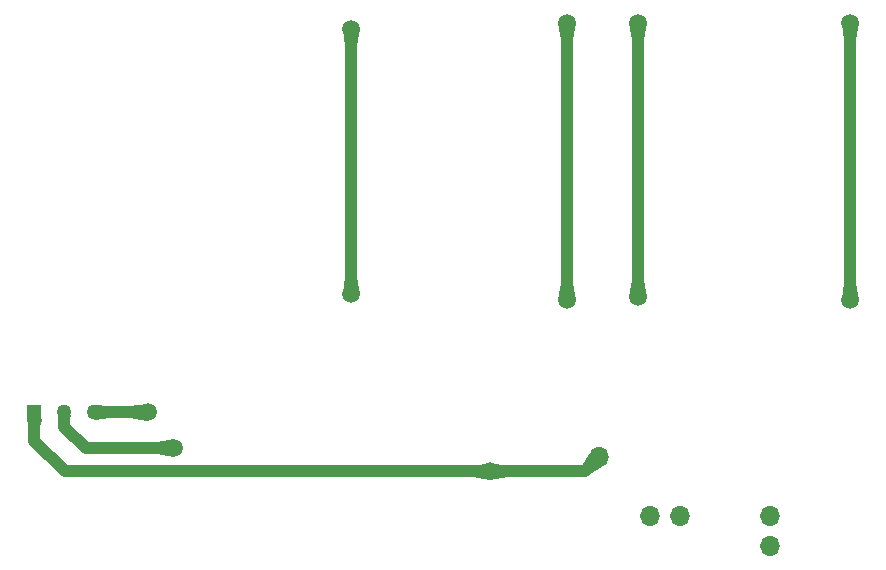
<source format=gbr>
%TF.GenerationSoftware,KiCad,Pcbnew,7.0.10-7.0.10~ubuntu23.04.1*%
%TF.CreationDate,2024-02-08T15:56:08-05:00*%
%TF.ProjectId,DigitalSynthCape,44696769-7461-46c5-9379-6e7468436170,rev?*%
%TF.SameCoordinates,Original*%
%TF.FileFunction,Copper,L2,Bot*%
%TF.FilePolarity,Positive*%
%FSLAX46Y46*%
G04 Gerber Fmt 4.6, Leading zero omitted, Abs format (unit mm)*
G04 Created by KiCad (PCBNEW 7.0.10-7.0.10~ubuntu23.04.1) date 2024-02-08 15:56:08*
%MOMM*%
%LPD*%
G01*
G04 APERTURE LIST*
%TA.AperFunction,ComponentPad*%
%ADD10O,1.700000X1.700000*%
%TD*%
%TA.AperFunction,ComponentPad*%
%ADD11R,1.268000X1.268000*%
%TD*%
%TA.AperFunction,ComponentPad*%
%ADD12C,1.268000*%
%TD*%
%TA.AperFunction,ViaPad*%
%ADD13C,1.500000*%
%TD*%
%TA.AperFunction,Conductor*%
%ADD14C,1.000000*%
%TD*%
G04 APERTURE END LIST*
D10*
%TO.P,,32,Pin_32*%
%TO.N,+1V8*%
X153500000Y-90500000D03*
%TD*%
%TO.P,P9,32,Pin_32*%
%TO.N,+1V8*%
X157785000Y-95555000D03*
%TO.P,P9,34,Pin_34*%
%TO.N,GNDA*%
X160325000Y-95555000D03*
%TO.P,P9,39,Pin_39*%
%TO.N,/AIN0*%
X167945000Y-98095000D03*
%TO.P,P9,40,Pin_40*%
%TO.N,/AIN1*%
X167945000Y-95555000D03*
%TD*%
D11*
%TO.P,R18,1*%
%TO.N,+1V8*%
X105670000Y-86750000D03*
D12*
%TO.P,R18,2*%
%TO.N,/AIN1*%
X108210000Y-86750000D03*
%TO.P,R18,3*%
%TO.N,GNDA*%
X110750000Y-86750000D03*
%TD*%
D13*
%TO.N,/AIN1*%
X117500000Y-89750000D03*
%TO.N,+1V8*%
X144250000Y-91750000D03*
%TO.N,/Key2*%
X132500000Y-76750000D03*
X132500000Y-54250000D03*
%TO.N,/Key7*%
X150750000Y-53750000D03*
X150750000Y-77250000D03*
%TO.N,/Key9*%
X156750000Y-53750000D03*
X156750000Y-77000000D03*
%TO.N,/Key14*%
X174750000Y-53750000D03*
X174750000Y-77250000D03*
%TO.N,GNDA*%
X115250000Y-86750000D03*
%TD*%
D14*
%TO.N,/Key7*%
X150750000Y-77250000D02*
X150750000Y-53750000D01*
%TO.N,/Key9*%
X156750000Y-77000000D02*
X156750000Y-53750000D01*
%TO.N,/Key14*%
X174750000Y-77250000D02*
X174750000Y-53750000D01*
%TO.N,/Key2*%
X132500000Y-54250000D02*
X132500000Y-76750000D01*
%TO.N,/AIN1*%
X110000000Y-89750000D02*
X117500000Y-89750000D01*
X108210000Y-86750000D02*
X108210000Y-87960000D01*
X108210000Y-87960000D02*
X110000000Y-89750000D01*
%TO.N,+1V8*%
X144250000Y-91750000D02*
X108250000Y-91750000D01*
X152250000Y-91750000D02*
X153500000Y-90500000D01*
X144250000Y-91750000D02*
X152250000Y-91750000D01*
X108250000Y-91750000D02*
X105670000Y-89170000D01*
X105670000Y-89170000D02*
X105670000Y-86750000D01*
%TO.N,GNDA*%
X110750000Y-86750000D02*
X115250000Y-86750000D01*
%TD*%
%TA.AperFunction,Conductor*%
%TO.N,/Key7*%
G36*
X151486208Y-53749981D02*
G01*
X151494475Y-53753419D01*
X151497891Y-53761697D01*
X151497732Y-53763604D01*
X151251630Y-55240223D01*
X151246889Y-55247821D01*
X151240089Y-55250000D01*
X150259911Y-55250000D01*
X150251638Y-55246573D01*
X150248370Y-55240223D01*
X150002267Y-53763604D01*
X150004287Y-53754881D01*
X150011885Y-53750140D01*
X150013784Y-53749981D01*
X150750000Y-53749000D01*
X151486208Y-53749981D01*
G37*
%TD.AperFunction*%
%TD*%
%TA.AperFunction,Conductor*%
%TO.N,/Key7*%
G36*
X151248362Y-75753427D02*
G01*
X151251630Y-75759777D01*
X151497732Y-77236395D01*
X151495712Y-77245118D01*
X151488114Y-77249859D01*
X151486207Y-77250018D01*
X150750016Y-77250999D01*
X150749984Y-77250999D01*
X150013792Y-77250018D01*
X150005524Y-77246580D01*
X150002108Y-77238302D01*
X150002266Y-77236401D01*
X150248370Y-75759775D01*
X150253111Y-75752179D01*
X150259911Y-75750000D01*
X151240089Y-75750000D01*
X151248362Y-75753427D01*
G37*
%TD.AperFunction*%
%TD*%
%TA.AperFunction,Conductor*%
%TO.N,/Key9*%
G36*
X157486208Y-53749981D02*
G01*
X157494475Y-53753419D01*
X157497891Y-53761697D01*
X157497732Y-53763604D01*
X157251630Y-55240223D01*
X157246889Y-55247821D01*
X157240089Y-55250000D01*
X156259911Y-55250000D01*
X156251638Y-55246573D01*
X156248370Y-55240223D01*
X156002267Y-53763604D01*
X156004287Y-53754881D01*
X156011885Y-53750140D01*
X156013784Y-53749981D01*
X156750000Y-53749000D01*
X157486208Y-53749981D01*
G37*
%TD.AperFunction*%
%TD*%
%TA.AperFunction,Conductor*%
%TO.N,/Key9*%
G36*
X157248362Y-75503427D02*
G01*
X157251630Y-75509777D01*
X157497732Y-76986395D01*
X157495712Y-76995118D01*
X157488114Y-76999859D01*
X157486207Y-77000018D01*
X156750016Y-77000999D01*
X156749984Y-77000999D01*
X156013792Y-77000018D01*
X156005524Y-76996580D01*
X156002108Y-76988302D01*
X156002266Y-76986401D01*
X156248370Y-75509775D01*
X156253111Y-75502179D01*
X156259911Y-75500000D01*
X157240089Y-75500000D01*
X157248362Y-75503427D01*
G37*
%TD.AperFunction*%
%TD*%
%TA.AperFunction,Conductor*%
%TO.N,/Key14*%
G36*
X175486208Y-53749981D02*
G01*
X175494475Y-53753419D01*
X175497891Y-53761697D01*
X175497732Y-53763604D01*
X175251630Y-55240223D01*
X175246889Y-55247821D01*
X175240089Y-55250000D01*
X174259911Y-55250000D01*
X174251638Y-55246573D01*
X174248370Y-55240223D01*
X174002267Y-53763604D01*
X174004287Y-53754881D01*
X174011885Y-53750140D01*
X174013784Y-53749981D01*
X174750000Y-53749000D01*
X175486208Y-53749981D01*
G37*
%TD.AperFunction*%
%TD*%
%TA.AperFunction,Conductor*%
%TO.N,/Key14*%
G36*
X175248362Y-75753427D02*
G01*
X175251630Y-75759777D01*
X175497732Y-77236395D01*
X175495712Y-77245118D01*
X175488114Y-77249859D01*
X175486207Y-77250018D01*
X174750016Y-77250999D01*
X174749984Y-77250999D01*
X174013792Y-77250018D01*
X174005524Y-77246580D01*
X174002108Y-77238302D01*
X174002266Y-77236401D01*
X174248370Y-75759775D01*
X174253111Y-75752179D01*
X174259911Y-75750000D01*
X175240089Y-75750000D01*
X175248362Y-75753427D01*
G37*
%TD.AperFunction*%
%TD*%
%TA.AperFunction,Conductor*%
%TO.N,/Key2*%
G36*
X132998362Y-75253427D02*
G01*
X133001630Y-75259777D01*
X133247732Y-76736395D01*
X133245712Y-76745118D01*
X133238114Y-76749859D01*
X133236207Y-76750018D01*
X132500016Y-76750999D01*
X132499984Y-76750999D01*
X131763792Y-76750018D01*
X131755524Y-76746580D01*
X131752108Y-76738302D01*
X131752266Y-76736401D01*
X131998370Y-75259775D01*
X132003111Y-75252179D01*
X132009911Y-75250000D01*
X132990089Y-75250000D01*
X132998362Y-75253427D01*
G37*
%TD.AperFunction*%
%TD*%
%TA.AperFunction,Conductor*%
%TO.N,/Key2*%
G36*
X133236208Y-54249981D02*
G01*
X133244475Y-54253419D01*
X133247891Y-54261697D01*
X133247732Y-54263604D01*
X133001630Y-55740223D01*
X132996889Y-55747821D01*
X132990089Y-55750000D01*
X132009911Y-55750000D01*
X132001638Y-55746573D01*
X131998370Y-55740223D01*
X131752267Y-54263604D01*
X131754287Y-54254881D01*
X131761885Y-54250140D01*
X131763784Y-54249981D01*
X132500000Y-54249000D01*
X133236208Y-54249981D01*
G37*
%TD.AperFunction*%
%TD*%
%TA.AperFunction,Conductor*%
%TO.N,/AIN1*%
G36*
X117495118Y-89004287D02*
G01*
X117499859Y-89011885D01*
X117500018Y-89013792D01*
X117501000Y-89750000D01*
X117501000Y-89750032D01*
X117500018Y-90486207D01*
X117496580Y-90494475D01*
X117488302Y-90497891D01*
X117486395Y-90497732D01*
X116009777Y-90251629D01*
X116002179Y-90246888D01*
X116000000Y-90240088D01*
X116000000Y-89259911D01*
X116003427Y-89251638D01*
X116009775Y-89248370D01*
X117486396Y-89002267D01*
X117495118Y-89004287D01*
G37*
%TD.AperFunction*%
%TD*%
%TA.AperFunction,Conductor*%
%TO.N,/AIN1*%
G36*
X108580482Y-86903306D02*
G01*
X108786053Y-86988602D01*
X108792381Y-86994938D01*
X108792800Y-87002688D01*
X108605404Y-87644583D01*
X108602446Y-87649577D01*
X107912906Y-88339117D01*
X107904633Y-88342544D01*
X107896360Y-88339117D01*
X107893162Y-88333145D01*
X107626148Y-87002034D01*
X107627880Y-86993252D01*
X107633124Y-86988933D01*
X108204806Y-86751158D01*
X108213758Y-86751146D01*
X108580482Y-86903306D01*
G37*
%TD.AperFunction*%
%TD*%
%TA.AperFunction,Conductor*%
%TO.N,+1V8*%
G36*
X144245118Y-91004287D02*
G01*
X144249859Y-91011885D01*
X144250018Y-91013792D01*
X144251000Y-91750000D01*
X144251000Y-91750032D01*
X144250018Y-92486207D01*
X144246580Y-92494475D01*
X144238302Y-92497891D01*
X144236395Y-92497732D01*
X142759777Y-92251629D01*
X142752179Y-92246888D01*
X142750000Y-92240088D01*
X142750000Y-91259911D01*
X142753427Y-91251638D01*
X142759775Y-91248370D01*
X144236396Y-91002267D01*
X144245118Y-91004287D01*
G37*
%TD.AperFunction*%
%TD*%
%TA.AperFunction,Conductor*%
%TO.N,+1V8*%
G36*
X152723639Y-90178409D02*
G01*
X153496215Y-90497438D01*
X153502552Y-90503761D01*
X153502562Y-90503785D01*
X153821589Y-91276357D01*
X153821580Y-91285312D01*
X153817194Y-91290605D01*
X152659431Y-92050411D01*
X152650635Y-92052085D01*
X152644739Y-92048902D01*
X151951097Y-91355260D01*
X151947670Y-91346987D01*
X151949587Y-91340570D01*
X152709396Y-90182803D01*
X152716799Y-90177768D01*
X152723639Y-90178409D01*
G37*
%TD.AperFunction*%
%TD*%
%TA.AperFunction,Conductor*%
%TO.N,+1V8*%
G36*
X144263599Y-91002266D02*
G01*
X145740224Y-91248370D01*
X145747821Y-91253111D01*
X145750000Y-91259911D01*
X145750000Y-92240088D01*
X145746573Y-92248361D01*
X145740223Y-92251629D01*
X144263604Y-92497732D01*
X144254881Y-92495712D01*
X144250140Y-92488114D01*
X144249981Y-92486214D01*
X144249000Y-91750000D01*
X144249981Y-91013790D01*
X144253419Y-91005524D01*
X144261697Y-91002108D01*
X144263599Y-91002266D01*
G37*
%TD.AperFunction*%
%TD*%
%TA.AperFunction,Conductor*%
%TO.N,+1V8*%
G36*
X105678267Y-86757280D02*
G01*
X105678280Y-86757293D01*
X106299522Y-87379515D01*
X106302942Y-87387791D01*
X106302689Y-87390201D01*
X106171962Y-88008719D01*
X106166899Y-88016105D01*
X106160515Y-88018000D01*
X105179485Y-88018000D01*
X105171212Y-88014573D01*
X105168038Y-88008719D01*
X105037310Y-87390199D01*
X105038952Y-87381398D01*
X105040472Y-87379519D01*
X105661720Y-86757292D01*
X105669991Y-86753860D01*
X105678267Y-86757280D01*
G37*
%TD.AperFunction*%
%TD*%
%TA.AperFunction,Conductor*%
%TO.N,GNDA*%
G36*
X115245118Y-86004287D02*
G01*
X115249859Y-86011885D01*
X115250018Y-86013792D01*
X115251000Y-86750000D01*
X115251000Y-86750032D01*
X115250018Y-87486207D01*
X115246580Y-87494475D01*
X115238302Y-87497891D01*
X115236395Y-87497732D01*
X113759777Y-87251629D01*
X113752179Y-87246888D01*
X113750000Y-87240088D01*
X113750000Y-86259911D01*
X113753427Y-86251638D01*
X113759775Y-86248370D01*
X115236396Y-86002267D01*
X115245118Y-86004287D01*
G37*
%TD.AperFunction*%
%TD*%
%TA.AperFunction,Conductor*%
%TO.N,GNDA*%
G36*
X110762905Y-86117363D02*
G01*
X112007531Y-86248893D01*
X112015397Y-86253170D01*
X112018000Y-86260528D01*
X112018000Y-87239471D01*
X112014573Y-87247744D01*
X112007530Y-87251106D01*
X110762909Y-87382635D01*
X110754321Y-87380097D01*
X110750044Y-87372230D01*
X110749979Y-87371028D01*
X110749000Y-86750000D01*
X110749979Y-86128979D01*
X110753419Y-86120713D01*
X110761697Y-86117299D01*
X110762905Y-86117363D01*
G37*
%TD.AperFunction*%
%TD*%
M02*

</source>
